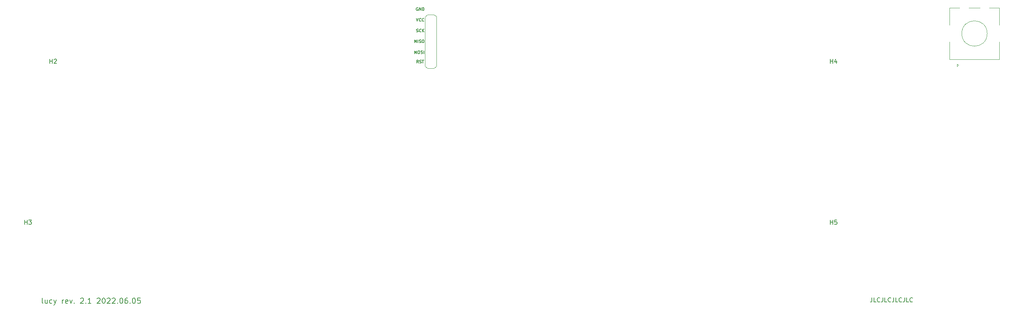
<source format=gto>
G04 #@! TF.GenerationSoftware,KiCad,Pcbnew,(6.0.1-0)*
G04 #@! TF.CreationDate,2022-06-05T08:42:11-05:00*
G04 #@! TF.ProjectId,pcb,7063622e-6b69-4636-9164-5f7063625858,rev?*
G04 #@! TF.SameCoordinates,Original*
G04 #@! TF.FileFunction,Legend,Top*
G04 #@! TF.FilePolarity,Positive*
%FSLAX46Y46*%
G04 Gerber Fmt 4.6, Leading zero omitted, Abs format (unit mm)*
G04 Created by KiCad (PCBNEW (6.0.1-0)) date 2022-06-05 08:42:11*
%MOMM*%
%LPD*%
G01*
G04 APERTURE LIST*
%ADD10C,0.150000*%
%ADD11C,0.200000*%
%ADD12C,0.120000*%
%ADD13C,3.000000*%
%ADD14C,1.750000*%
%ADD15C,3.987800*%
%ADD16R,2.000000X2.000000*%
%ADD17C,2.000000*%
%ADD18R,2.000000X3.200000*%
%ADD19C,3.800000*%
%ADD20O,1.700000X1.700000*%
%ADD21R,1.700000X1.700000*%
%ADD22C,0.650000*%
%ADD23O,1.300000X2.400000*%
%ADD24O,1.300000X1.900000*%
%ADD25C,1.700000*%
G04 APERTURE END LIST*
D10*
X296013577Y-115736694D02*
X296013577Y-116450980D01*
X295965958Y-116593837D01*
X295870720Y-116689075D01*
X295727863Y-116736694D01*
X295632625Y-116736694D01*
X296965958Y-116736694D02*
X296489767Y-116736694D01*
X296489767Y-115736694D01*
X297870720Y-116641456D02*
X297823101Y-116689075D01*
X297680244Y-116736694D01*
X297585005Y-116736694D01*
X297442148Y-116689075D01*
X297346910Y-116593837D01*
X297299291Y-116498599D01*
X297251672Y-116308123D01*
X297251672Y-116165266D01*
X297299291Y-115974790D01*
X297346910Y-115879552D01*
X297442148Y-115784314D01*
X297585005Y-115736694D01*
X297680244Y-115736694D01*
X297823101Y-115784314D01*
X297870720Y-115831933D01*
X298585005Y-115736694D02*
X298585005Y-116450980D01*
X298537386Y-116593837D01*
X298442148Y-116689075D01*
X298299291Y-116736694D01*
X298204053Y-116736694D01*
X299537386Y-116736694D02*
X299061196Y-116736694D01*
X299061196Y-115736694D01*
X300442148Y-116641456D02*
X300394529Y-116689075D01*
X300251672Y-116736694D01*
X300156434Y-116736694D01*
X300013577Y-116689075D01*
X299918339Y-116593837D01*
X299870720Y-116498599D01*
X299823101Y-116308123D01*
X299823101Y-116165266D01*
X299870720Y-115974790D01*
X299918339Y-115879552D01*
X300013577Y-115784314D01*
X300156434Y-115736694D01*
X300251672Y-115736694D01*
X300394529Y-115784314D01*
X300442148Y-115831933D01*
X301156434Y-115736694D02*
X301156434Y-116450980D01*
X301108815Y-116593837D01*
X301013577Y-116689075D01*
X300870720Y-116736694D01*
X300775482Y-116736694D01*
X302108815Y-116736694D02*
X301632625Y-116736694D01*
X301632625Y-115736694D01*
X303013577Y-116641456D02*
X302965958Y-116689075D01*
X302823101Y-116736694D01*
X302727863Y-116736694D01*
X302585005Y-116689075D01*
X302489767Y-116593837D01*
X302442148Y-116498599D01*
X302394529Y-116308123D01*
X302394529Y-116165266D01*
X302442148Y-115974790D01*
X302489767Y-115879552D01*
X302585005Y-115784314D01*
X302727863Y-115736694D01*
X302823101Y-115736694D01*
X302965958Y-115784314D01*
X303013577Y-115831933D01*
X303727863Y-115736694D02*
X303727863Y-116450980D01*
X303680244Y-116593837D01*
X303585005Y-116689075D01*
X303442148Y-116736694D01*
X303346910Y-116736694D01*
X304680244Y-116736694D02*
X304204053Y-116736694D01*
X304204053Y-115736694D01*
X305585005Y-116641456D02*
X305537386Y-116689075D01*
X305394529Y-116736694D01*
X305299291Y-116736694D01*
X305156434Y-116689075D01*
X305061196Y-116593837D01*
X305013577Y-116498599D01*
X304965958Y-116308123D01*
X304965958Y-116165266D01*
X305013577Y-115974790D01*
X305061196Y-115879552D01*
X305156434Y-115784314D01*
X305299291Y-115736694D01*
X305394529Y-115736694D01*
X305537386Y-115784314D01*
X305585005Y-115831933D01*
D11*
X99984070Y-117065476D02*
X99865022Y-117005952D01*
X99805499Y-116886904D01*
X99805499Y-115815476D01*
X100995975Y-116232142D02*
X100995975Y-117065476D01*
X100460260Y-116232142D02*
X100460260Y-116886904D01*
X100519784Y-117005952D01*
X100638832Y-117065476D01*
X100817403Y-117065476D01*
X100936451Y-117005952D01*
X100995975Y-116946428D01*
X102126927Y-117005952D02*
X102007880Y-117065476D01*
X101769784Y-117065476D01*
X101650737Y-117005952D01*
X101591213Y-116946428D01*
X101531689Y-116827380D01*
X101531689Y-116470238D01*
X101591213Y-116351190D01*
X101650737Y-116291666D01*
X101769784Y-116232142D01*
X102007880Y-116232142D01*
X102126927Y-116291666D01*
X102543594Y-116232142D02*
X102841213Y-117065476D01*
X103138832Y-116232142D02*
X102841213Y-117065476D01*
X102722165Y-117363095D01*
X102662641Y-117422619D01*
X102543594Y-117482142D01*
X104567403Y-117065476D02*
X104567403Y-116232142D01*
X104567403Y-116470238D02*
X104626927Y-116351190D01*
X104686451Y-116291666D01*
X104805499Y-116232142D01*
X104924546Y-116232142D01*
X105817403Y-117005952D02*
X105698356Y-117065476D01*
X105460260Y-117065476D01*
X105341213Y-117005952D01*
X105281689Y-116886904D01*
X105281689Y-116410714D01*
X105341213Y-116291666D01*
X105460260Y-116232142D01*
X105698356Y-116232142D01*
X105817403Y-116291666D01*
X105876927Y-116410714D01*
X105876927Y-116529761D01*
X105281689Y-116648809D01*
X106293594Y-116232142D02*
X106591213Y-117065476D01*
X106888832Y-116232142D01*
X107365022Y-116946428D02*
X107424546Y-117005952D01*
X107365022Y-117065476D01*
X107305499Y-117005952D01*
X107365022Y-116946428D01*
X107365022Y-117065476D01*
X108853118Y-115934523D02*
X108912641Y-115875000D01*
X109031689Y-115815476D01*
X109329308Y-115815476D01*
X109448356Y-115875000D01*
X109507880Y-115934523D01*
X109567403Y-116053571D01*
X109567403Y-116172619D01*
X109507880Y-116351190D01*
X108793594Y-117065476D01*
X109567403Y-117065476D01*
X110103118Y-116946428D02*
X110162641Y-117005952D01*
X110103118Y-117065476D01*
X110043594Y-117005952D01*
X110103118Y-116946428D01*
X110103118Y-117065476D01*
X111353118Y-117065476D02*
X110638832Y-117065476D01*
X110995975Y-117065476D02*
X110995975Y-115815476D01*
X110876927Y-115994047D01*
X110757880Y-116113095D01*
X110638832Y-116172619D01*
X112781689Y-115934523D02*
X112841213Y-115875000D01*
X112960260Y-115815476D01*
X113257880Y-115815476D01*
X113376927Y-115875000D01*
X113436451Y-115934523D01*
X113495975Y-116053571D01*
X113495975Y-116172619D01*
X113436451Y-116351190D01*
X112722165Y-117065476D01*
X113495975Y-117065476D01*
X114269784Y-115815476D02*
X114388832Y-115815476D01*
X114507880Y-115875000D01*
X114567403Y-115934523D01*
X114626927Y-116053571D01*
X114686451Y-116291666D01*
X114686451Y-116589285D01*
X114626927Y-116827380D01*
X114567403Y-116946428D01*
X114507880Y-117005952D01*
X114388832Y-117065476D01*
X114269784Y-117065476D01*
X114150737Y-117005952D01*
X114091213Y-116946428D01*
X114031689Y-116827380D01*
X113972165Y-116589285D01*
X113972165Y-116291666D01*
X114031689Y-116053571D01*
X114091213Y-115934523D01*
X114150737Y-115875000D01*
X114269784Y-115815476D01*
X115162641Y-115934523D02*
X115222165Y-115875000D01*
X115341213Y-115815476D01*
X115638832Y-115815476D01*
X115757880Y-115875000D01*
X115817403Y-115934523D01*
X115876927Y-116053571D01*
X115876927Y-116172619D01*
X115817403Y-116351190D01*
X115103118Y-117065476D01*
X115876927Y-117065476D01*
X116353118Y-115934523D02*
X116412641Y-115875000D01*
X116531689Y-115815476D01*
X116829308Y-115815476D01*
X116948356Y-115875000D01*
X117007880Y-115934523D01*
X117067403Y-116053571D01*
X117067403Y-116172619D01*
X117007880Y-116351190D01*
X116293594Y-117065476D01*
X117067403Y-117065476D01*
X117603118Y-116946428D02*
X117662641Y-117005952D01*
X117603118Y-117065476D01*
X117543594Y-117005952D01*
X117603118Y-116946428D01*
X117603118Y-117065476D01*
X118436451Y-115815476D02*
X118555499Y-115815476D01*
X118674546Y-115875000D01*
X118734070Y-115934523D01*
X118793594Y-116053571D01*
X118853118Y-116291666D01*
X118853118Y-116589285D01*
X118793594Y-116827380D01*
X118734070Y-116946428D01*
X118674546Y-117005952D01*
X118555499Y-117065476D01*
X118436451Y-117065476D01*
X118317403Y-117005952D01*
X118257880Y-116946428D01*
X118198356Y-116827380D01*
X118138832Y-116589285D01*
X118138832Y-116291666D01*
X118198356Y-116053571D01*
X118257880Y-115934523D01*
X118317403Y-115875000D01*
X118436451Y-115815476D01*
X119924546Y-115815476D02*
X119686451Y-115815476D01*
X119567403Y-115875000D01*
X119507880Y-115934523D01*
X119388832Y-116113095D01*
X119329308Y-116351190D01*
X119329308Y-116827380D01*
X119388832Y-116946428D01*
X119448356Y-117005952D01*
X119567403Y-117065476D01*
X119805499Y-117065476D01*
X119924546Y-117005952D01*
X119984070Y-116946428D01*
X120043594Y-116827380D01*
X120043594Y-116529761D01*
X119984070Y-116410714D01*
X119924546Y-116351190D01*
X119805499Y-116291666D01*
X119567403Y-116291666D01*
X119448356Y-116351190D01*
X119388832Y-116410714D01*
X119329308Y-116529761D01*
X120579308Y-116946428D02*
X120638832Y-117005952D01*
X120579308Y-117065476D01*
X120519784Y-117005952D01*
X120579308Y-116946428D01*
X120579308Y-117065476D01*
X121412641Y-115815476D02*
X121531689Y-115815476D01*
X121650737Y-115875000D01*
X121710260Y-115934523D01*
X121769784Y-116053571D01*
X121829308Y-116291666D01*
X121829308Y-116589285D01*
X121769784Y-116827380D01*
X121710260Y-116946428D01*
X121650737Y-117005952D01*
X121531689Y-117065476D01*
X121412641Y-117065476D01*
X121293594Y-117005952D01*
X121234070Y-116946428D01*
X121174546Y-116827380D01*
X121115022Y-116589285D01*
X121115022Y-116291666D01*
X121174546Y-116053571D01*
X121234070Y-115934523D01*
X121293594Y-115875000D01*
X121412641Y-115815476D01*
X122960260Y-115815476D02*
X122365022Y-115815476D01*
X122305499Y-116410714D01*
X122365022Y-116351190D01*
X122484070Y-116291666D01*
X122781689Y-116291666D01*
X122900737Y-116351190D01*
X122960260Y-116410714D01*
X123019784Y-116529761D01*
X123019784Y-116827380D01*
X122960260Y-116946428D01*
X122900737Y-117005952D01*
X122781689Y-117065476D01*
X122484070Y-117065476D01*
X122365022Y-117005952D01*
X122305499Y-116946428D01*
D10*
X286153488Y-60271338D02*
X286153488Y-59271338D01*
X286153488Y-59747529D02*
X286724916Y-59747529D01*
X286724916Y-60271338D02*
X286724916Y-59271338D01*
X287629678Y-59604672D02*
X287629678Y-60271338D01*
X287391583Y-59223719D02*
X287153488Y-59938005D01*
X287772535Y-59938005D01*
X101606458Y-60271338D02*
X101606458Y-59271338D01*
X101606458Y-59747529D02*
X102177886Y-59747529D01*
X102177886Y-60271338D02*
X102177886Y-59271338D01*
X102606458Y-59366577D02*
X102654077Y-59318958D01*
X102749315Y-59271338D01*
X102987410Y-59271338D01*
X103082648Y-59318958D01*
X103130267Y-59366577D01*
X103177886Y-59461815D01*
X103177886Y-59557053D01*
X103130267Y-59699910D01*
X102558839Y-60271338D01*
X103177886Y-60271338D01*
X286153488Y-98371370D02*
X286153488Y-97371370D01*
X286153488Y-97847561D02*
X286724916Y-97847561D01*
X286724916Y-98371370D02*
X286724916Y-97371370D01*
X287677297Y-97371370D02*
X287201107Y-97371370D01*
X287153488Y-97847561D01*
X287201107Y-97799942D01*
X287296345Y-97752323D01*
X287534440Y-97752323D01*
X287629678Y-97799942D01*
X287677297Y-97847561D01*
X287724916Y-97942799D01*
X287724916Y-98180894D01*
X287677297Y-98276132D01*
X287629678Y-98323751D01*
X287534440Y-98371370D01*
X287296345Y-98371370D01*
X287201107Y-98323751D01*
X287153488Y-98276132D01*
X95653328Y-98371370D02*
X95653328Y-97371370D01*
X95653328Y-97847561D02*
X96224756Y-97847561D01*
X96224756Y-98371370D02*
X96224756Y-97371370D01*
X96605709Y-97371370D02*
X97224756Y-97371370D01*
X96891423Y-97752323D01*
X97034280Y-97752323D01*
X97129518Y-97799942D01*
X97177137Y-97847561D01*
X97224756Y-97942799D01*
X97224756Y-98180894D01*
X97177137Y-98276132D01*
X97129518Y-98323751D01*
X97034280Y-98371370D01*
X96748566Y-98371370D01*
X96653328Y-98323751D01*
X96605709Y-98276132D01*
X187840225Y-57960616D02*
X187840225Y-57260616D01*
X188073558Y-57760616D01*
X188306891Y-57260616D01*
X188306891Y-57960616D01*
X188773558Y-57260616D02*
X188906891Y-57260616D01*
X188973558Y-57293950D01*
X189040225Y-57360616D01*
X189073558Y-57493950D01*
X189073558Y-57727283D01*
X189040225Y-57860616D01*
X188973558Y-57927283D01*
X188906891Y-57960616D01*
X188773558Y-57960616D01*
X188706891Y-57927283D01*
X188640225Y-57860616D01*
X188606891Y-57727283D01*
X188606891Y-57493950D01*
X188640225Y-57360616D01*
X188706891Y-57293950D01*
X188773558Y-57260616D01*
X189340225Y-57927283D02*
X189440225Y-57960616D01*
X189606891Y-57960616D01*
X189673558Y-57927283D01*
X189706891Y-57893950D01*
X189740225Y-57827283D01*
X189740225Y-57760616D01*
X189706891Y-57693950D01*
X189673558Y-57660616D01*
X189606891Y-57627283D01*
X189473558Y-57593950D01*
X189406891Y-57560616D01*
X189373558Y-57527283D01*
X189340225Y-57460616D01*
X189340225Y-57393950D01*
X189373558Y-57327283D01*
X189406891Y-57293950D01*
X189473558Y-57260616D01*
X189640225Y-57260616D01*
X189740225Y-57293950D01*
X190040225Y-57960616D02*
X190040225Y-57260616D01*
X187840225Y-55378112D02*
X187840225Y-54678112D01*
X188073558Y-55178112D01*
X188306891Y-54678112D01*
X188306891Y-55378112D01*
X188640225Y-55378112D02*
X188640225Y-54678112D01*
X188940225Y-55344779D02*
X189040225Y-55378112D01*
X189206891Y-55378112D01*
X189273558Y-55344779D01*
X189306891Y-55311446D01*
X189340225Y-55244779D01*
X189340225Y-55178112D01*
X189306891Y-55111446D01*
X189273558Y-55078112D01*
X189206891Y-55044779D01*
X189073558Y-55011446D01*
X189006891Y-54978112D01*
X188973558Y-54944779D01*
X188940225Y-54878112D01*
X188940225Y-54811446D01*
X188973558Y-54744779D01*
X189006891Y-54711446D01*
X189073558Y-54678112D01*
X189240225Y-54678112D01*
X189340225Y-54711446D01*
X189773558Y-54678112D02*
X189906891Y-54678112D01*
X189973558Y-54711446D01*
X190040225Y-54778112D01*
X190073558Y-54911446D01*
X190073558Y-55144779D01*
X190040225Y-55278112D01*
X189973558Y-55344779D01*
X189906891Y-55378112D01*
X189773558Y-55378112D01*
X189706891Y-55344779D01*
X189640225Y-55278112D01*
X189606891Y-55144779D01*
X189606891Y-54911446D01*
X189640225Y-54778112D01*
X189706891Y-54711446D01*
X189773558Y-54678112D01*
X188290225Y-52807283D02*
X188390225Y-52840616D01*
X188556891Y-52840616D01*
X188623558Y-52807283D01*
X188656891Y-52773950D01*
X188690225Y-52707283D01*
X188690225Y-52640616D01*
X188656891Y-52573950D01*
X188623558Y-52540616D01*
X188556891Y-52507283D01*
X188423558Y-52473950D01*
X188356891Y-52440616D01*
X188323558Y-52407283D01*
X188290225Y-52340616D01*
X188290225Y-52273950D01*
X188323558Y-52207283D01*
X188356891Y-52173950D01*
X188423558Y-52140616D01*
X188590225Y-52140616D01*
X188690225Y-52173950D01*
X189390225Y-52773950D02*
X189356891Y-52807283D01*
X189256891Y-52840616D01*
X189190225Y-52840616D01*
X189090225Y-52807283D01*
X189023558Y-52740616D01*
X188990225Y-52673950D01*
X188956891Y-52540616D01*
X188956891Y-52440616D01*
X188990225Y-52307283D01*
X189023558Y-52240616D01*
X189090225Y-52173950D01*
X189190225Y-52140616D01*
X189256891Y-52140616D01*
X189356891Y-52173950D01*
X189390225Y-52207283D01*
X189690225Y-52840616D02*
X189690225Y-52140616D01*
X190090225Y-52840616D02*
X189790225Y-52440616D01*
X190090225Y-52140616D02*
X189690225Y-52540616D01*
X188631979Y-47093950D02*
X188565313Y-47060616D01*
X188465313Y-47060616D01*
X188365313Y-47093950D01*
X188298646Y-47160616D01*
X188265313Y-47227283D01*
X188231979Y-47360616D01*
X188231979Y-47460616D01*
X188265313Y-47593950D01*
X188298646Y-47660616D01*
X188365313Y-47727283D01*
X188465313Y-47760616D01*
X188531979Y-47760616D01*
X188631979Y-47727283D01*
X188665313Y-47693950D01*
X188665313Y-47460616D01*
X188531979Y-47460616D01*
X188965313Y-47760616D02*
X188965313Y-47060616D01*
X189365313Y-47760616D01*
X189365313Y-47060616D01*
X189698646Y-47760616D02*
X189698646Y-47060616D01*
X189865313Y-47060616D01*
X189965313Y-47093950D01*
X190031979Y-47160616D01*
X190065313Y-47227283D01*
X190098646Y-47360616D01*
X190098646Y-47460616D01*
X190065313Y-47593950D01*
X190031979Y-47660616D01*
X189965313Y-47727283D01*
X189865313Y-47760616D01*
X189698646Y-47760616D01*
X188256891Y-49600616D02*
X188490225Y-50300616D01*
X188723558Y-49600616D01*
X189356891Y-50233950D02*
X189323558Y-50267283D01*
X189223558Y-50300616D01*
X189156891Y-50300616D01*
X189056891Y-50267283D01*
X188990225Y-50200616D01*
X188956891Y-50133950D01*
X188923558Y-50000616D01*
X188923558Y-49900616D01*
X188956891Y-49767283D01*
X188990225Y-49700616D01*
X189056891Y-49633950D01*
X189156891Y-49600616D01*
X189223558Y-49600616D01*
X189323558Y-49633950D01*
X189356891Y-49667283D01*
X190056891Y-50233950D02*
X190023558Y-50267283D01*
X189923558Y-50300616D01*
X189856891Y-50300616D01*
X189756891Y-50267283D01*
X189690225Y-50200616D01*
X189656891Y-50133950D01*
X189623558Y-50000616D01*
X189623558Y-49900616D01*
X189656891Y-49767283D01*
X189690225Y-49700616D01*
X189756891Y-49633950D01*
X189856891Y-49600616D01*
X189923558Y-49600616D01*
X190023558Y-49633950D01*
X190056891Y-49667283D01*
X188756891Y-60178112D02*
X188523558Y-59844779D01*
X188356891Y-60178112D02*
X188356891Y-59478112D01*
X188623558Y-59478112D01*
X188690225Y-59511446D01*
X188723558Y-59544779D01*
X188756891Y-59611446D01*
X188756891Y-59711446D01*
X188723558Y-59778112D01*
X188690225Y-59811446D01*
X188623558Y-59844779D01*
X188356891Y-59844779D01*
X189023558Y-60144779D02*
X189123558Y-60178112D01*
X189290225Y-60178112D01*
X189356891Y-60144779D01*
X189390225Y-60111446D01*
X189423558Y-60044779D01*
X189423558Y-59978112D01*
X189390225Y-59911446D01*
X189356891Y-59878112D01*
X189290225Y-59844779D01*
X189156891Y-59811446D01*
X189090225Y-59778112D01*
X189056891Y-59744779D01*
X189023558Y-59678112D01*
X189023558Y-59611446D01*
X189056891Y-59544779D01*
X189090225Y-59511446D01*
X189156891Y-59478112D01*
X189323558Y-59478112D01*
X189423558Y-59511446D01*
X189623558Y-59478112D02*
X190023558Y-59478112D01*
X189823558Y-60178112D02*
X189823558Y-59478112D01*
D12*
X314352725Y-55193950D02*
X314352725Y-59293950D01*
X316152725Y-60393950D02*
X316452725Y-60693950D01*
X318952725Y-47093950D02*
X321552725Y-47093950D01*
X316452725Y-60693950D02*
X316152725Y-60993950D01*
X326152725Y-55193950D02*
X326152725Y-59293950D01*
X326152725Y-47093950D02*
X326152725Y-51193950D01*
X314352725Y-47093950D02*
X316752725Y-47093950D01*
X323752725Y-47093950D02*
X326152725Y-47093950D01*
X314352725Y-51193950D02*
X314352725Y-47093950D01*
X314352725Y-59293950D02*
X326152725Y-59293950D01*
X316152725Y-60993950D02*
X316152725Y-60393950D01*
X323252725Y-53193950D02*
G75*
G03*
X323252725Y-53193950I-3000000J0D01*
G01*
X190865313Y-48713950D02*
X190335313Y-49243950D01*
X192465313Y-48713950D02*
X192995313Y-49143950D01*
X192465313Y-61473950D02*
X190865313Y-61473950D01*
X192995313Y-49143950D02*
X192995313Y-60943950D01*
X192465313Y-61473950D02*
X192995313Y-60943950D01*
X190865313Y-48713950D02*
X192465313Y-48713950D01*
X190865313Y-61473950D02*
X190335313Y-60943950D01*
X190335313Y-60943950D02*
X190335313Y-49243950D01*
%LPC*%
D13*
X121180225Y-50653950D03*
D14*
X119910225Y-53193950D03*
D15*
X124990225Y-53193950D03*
D13*
X127530225Y-48113950D03*
D14*
X130070225Y-53193950D03*
X206270225Y-53193950D03*
D13*
X203730225Y-48113950D03*
X197380225Y-50653950D03*
D14*
X196110225Y-53193950D03*
D15*
X201190225Y-53193950D03*
D14*
X187220225Y-53193950D03*
D13*
X178330225Y-50653950D03*
X184680225Y-48113950D03*
D14*
X177060225Y-53193950D03*
D15*
X182140225Y-53193950D03*
D14*
X168170225Y-53193950D03*
D15*
X163090225Y-53193950D03*
D13*
X165630225Y-48113950D03*
X159280225Y-50653950D03*
D14*
X158010225Y-53193950D03*
X81810225Y-53193950D03*
D15*
X86890225Y-53193950D03*
D13*
X83080225Y-50653950D03*
X89430225Y-48113950D03*
D14*
X91970225Y-53193950D03*
X225320225Y-53193950D03*
D13*
X222780225Y-48113950D03*
D15*
X220240225Y-53193950D03*
D14*
X215160225Y-53193950D03*
D13*
X216430225Y-50653950D03*
D14*
X244370225Y-53193950D03*
D13*
X235480225Y-50653950D03*
X241830225Y-48113950D03*
D14*
X234210225Y-53193950D03*
D15*
X239290225Y-53193950D03*
D14*
X91970225Y-72243950D03*
D15*
X86890225Y-72243950D03*
D13*
X83080225Y-69703950D03*
D14*
X81810225Y-72243950D03*
D13*
X89430225Y-67163950D03*
D14*
X111020225Y-72243950D03*
D13*
X102130225Y-69703950D03*
D14*
X100860225Y-72243950D03*
D13*
X108480225Y-67163950D03*
D15*
X105940225Y-72243950D03*
X144045399Y-72243950D03*
D13*
X146585399Y-67163950D03*
D14*
X138965399Y-72243950D03*
X149125399Y-72243950D03*
D13*
X140235399Y-69703950D03*
X273580225Y-50653950D03*
D15*
X277390225Y-53193950D03*
D13*
X279930225Y-48113950D03*
D14*
X272310225Y-53193950D03*
X282470225Y-53193950D03*
D13*
X165630225Y-67163950D03*
X159280225Y-69703950D03*
D14*
X168170225Y-72243950D03*
X158010225Y-72243950D03*
D15*
X163090225Y-72243950D03*
D14*
X187220225Y-72243950D03*
D15*
X182140225Y-72243950D03*
D14*
X177060225Y-72243950D03*
D13*
X184680225Y-67163950D03*
X178330225Y-69703950D03*
D14*
X196110225Y-72243950D03*
D15*
X201190225Y-72243950D03*
D13*
X203730225Y-67163950D03*
D14*
X206270225Y-72243950D03*
D13*
X197380225Y-69703950D03*
D14*
X111020225Y-110343950D03*
D15*
X105940225Y-110343950D03*
D14*
X100860225Y-110343950D03*
D13*
X108480225Y-105263950D03*
X102130225Y-107803950D03*
D14*
X119910225Y-110343950D03*
D13*
X127530225Y-105263950D03*
D14*
X130070225Y-110343950D03*
D15*
X124990225Y-110343950D03*
D13*
X121180225Y-107803950D03*
X140230225Y-107803950D03*
X146580225Y-105263950D03*
D15*
X144040225Y-110343950D03*
D14*
X149120225Y-110343950D03*
X138960225Y-110343950D03*
D13*
X159280225Y-107803950D03*
D14*
X168170225Y-110343950D03*
D13*
X165630225Y-105263950D03*
D14*
X158010225Y-110343950D03*
D15*
X163090225Y-110343950D03*
X182140225Y-110343950D03*
D14*
X187220225Y-110343950D03*
D13*
X178330225Y-107803950D03*
X184680225Y-105263950D03*
D14*
X177060225Y-110343950D03*
D15*
X220240225Y-110343950D03*
D14*
X225320225Y-110343950D03*
D13*
X222780225Y-105263950D03*
D14*
X215160225Y-110343950D03*
D13*
X216430225Y-107803950D03*
X241830225Y-105263950D03*
X235480225Y-107803950D03*
D14*
X244370225Y-110343950D03*
X234210225Y-110343950D03*
D15*
X239290225Y-110343950D03*
D14*
X253260225Y-110343950D03*
D13*
X254530225Y-107803950D03*
X260880225Y-105263950D03*
D14*
X263420225Y-110343950D03*
D15*
X258340225Y-110343950D03*
D13*
X279930225Y-105263950D03*
D15*
X277390225Y-110343950D03*
D14*
X282470225Y-110343950D03*
X272310225Y-110343950D03*
D13*
X273580225Y-107803950D03*
D14*
X196110225Y-110343950D03*
X206270225Y-110343950D03*
D13*
X203730225Y-105263950D03*
D15*
X201190225Y-110343950D03*
D13*
X197380225Y-107803950D03*
X279930225Y-86213950D03*
D15*
X277390225Y-91293950D03*
D13*
X273580225Y-88753950D03*
D14*
X272310225Y-91293950D03*
X282470225Y-91293950D03*
X253260225Y-91293950D03*
D13*
X260880225Y-86213950D03*
D15*
X258340225Y-91293950D03*
D13*
X254530225Y-88753950D03*
D14*
X263420225Y-91293950D03*
D13*
X216430225Y-88753950D03*
D14*
X215160225Y-91293950D03*
D13*
X222780225Y-86213950D03*
D14*
X225320225Y-91293950D03*
D15*
X220240225Y-91293950D03*
D14*
X187220225Y-91293950D03*
X177060225Y-91293950D03*
D15*
X182140225Y-91293950D03*
D13*
X184680225Y-86213950D03*
X178330225Y-88753950D03*
D14*
X138960225Y-91293950D03*
D13*
X146580225Y-86213950D03*
D14*
X149120225Y-91293950D03*
D15*
X144040225Y-91293950D03*
D13*
X140230225Y-88753950D03*
X83080225Y-88753950D03*
X89430225Y-86213950D03*
D14*
X91970225Y-91293950D03*
X81810225Y-91293950D03*
D15*
X86890225Y-91293950D03*
D14*
X158010225Y-91293950D03*
D13*
X159280225Y-88753950D03*
X165630225Y-86213950D03*
D14*
X168170225Y-91293950D03*
D15*
X163090225Y-91293950D03*
D13*
X298980225Y-67163950D03*
D14*
X301520225Y-72243950D03*
D13*
X292630225Y-69703950D03*
D14*
X291360225Y-72243950D03*
D15*
X296440225Y-72243950D03*
D13*
X127530225Y-86213950D03*
D14*
X130070225Y-91293950D03*
D13*
X121180225Y-88753950D03*
D14*
X119910225Y-91293950D03*
D15*
X124990225Y-91293950D03*
X105940225Y-91293950D03*
D14*
X111020225Y-91293950D03*
D13*
X108480225Y-86213950D03*
X102130225Y-88753950D03*
D14*
X100860225Y-91293950D03*
X263420225Y-72243950D03*
D13*
X260880225Y-67163950D03*
D15*
X258340225Y-72243950D03*
D13*
X254530225Y-69703950D03*
D14*
X253260225Y-72243950D03*
X234210225Y-72243950D03*
D13*
X241830225Y-67163950D03*
D15*
X239290225Y-72243950D03*
D13*
X235480225Y-69703950D03*
D14*
X244370225Y-72243950D03*
D13*
X273580225Y-69703950D03*
D15*
X277390225Y-72243950D03*
D14*
X282470225Y-72243950D03*
D13*
X279930225Y-67163950D03*
D14*
X272310225Y-72243950D03*
D13*
X298980225Y-105263950D03*
D14*
X291360225Y-110343950D03*
D15*
X296440225Y-110343950D03*
D14*
X301520225Y-110343950D03*
D13*
X292630225Y-107803950D03*
X298980225Y-86213950D03*
X292630225Y-88753950D03*
D15*
X296440225Y-91293950D03*
D14*
X301520225Y-91293950D03*
X291360225Y-91293950D03*
D13*
X292630225Y-50653950D03*
D15*
X296440225Y-53193950D03*
D14*
X301520225Y-53193950D03*
X291360225Y-53193950D03*
D13*
X298980225Y-48113950D03*
D16*
X317752725Y-60693950D03*
D17*
X322752725Y-60693950D03*
X320252725Y-60693950D03*
D18*
X314652725Y-53193950D03*
X325852725Y-53193950D03*
D17*
X322752725Y-46193950D03*
X317752725Y-46193950D03*
D13*
X108480225Y-48113950D03*
X102130225Y-50653950D03*
D14*
X111020225Y-53193950D03*
X100860225Y-53193950D03*
D15*
X105940225Y-53193950D03*
X144040225Y-53193950D03*
D14*
X149120225Y-53193950D03*
D13*
X140230225Y-50653950D03*
D14*
X138960225Y-53193950D03*
D13*
X146580225Y-48113950D03*
D15*
X320252785Y-110344230D03*
D13*
X322792785Y-105264230D03*
D14*
X315172785Y-110344230D03*
X325332785Y-110344230D03*
D13*
X316442785Y-107804230D03*
D14*
X315172785Y-72244070D03*
D13*
X316442785Y-69704070D03*
X322792785Y-67164070D03*
D14*
X325332785Y-72244070D03*
D15*
X320252785Y-72244070D03*
D13*
X316442785Y-88754150D03*
X322792785Y-86214150D03*
D14*
X325332785Y-91294150D03*
D15*
X320252785Y-91294150D03*
D14*
X315172785Y-91294150D03*
D15*
X201190225Y-91293950D03*
D13*
X203730225Y-86213950D03*
D14*
X206270225Y-91293950D03*
X196110225Y-91293950D03*
D13*
X197380225Y-88753950D03*
X241830225Y-86213950D03*
D14*
X244370225Y-91293950D03*
D15*
X239290225Y-91293950D03*
D14*
X234210225Y-91293950D03*
D13*
X235480225Y-88753950D03*
D14*
X91970225Y-110343950D03*
D13*
X89430225Y-105263950D03*
D14*
X81810225Y-110343950D03*
D13*
X83080225Y-107803950D03*
D15*
X86890225Y-110343950D03*
D13*
X254530225Y-50653950D03*
X260880225Y-48113950D03*
D14*
X253260225Y-53193950D03*
D15*
X258340225Y-53193950D03*
D14*
X263420225Y-53193950D03*
D13*
X121180225Y-69703950D03*
X127530225Y-67163950D03*
D14*
X119910225Y-72243950D03*
D15*
X124990225Y-72243950D03*
D14*
X130070225Y-72243950D03*
X215160225Y-72243950D03*
D15*
X220240225Y-72243950D03*
D13*
X222780225Y-67163950D03*
D14*
X225320225Y-72243950D03*
D13*
X216430225Y-69703950D03*
D19*
X286915393Y-62718958D03*
D15*
X320252725Y-53193950D03*
D14*
X315172725Y-53193950D03*
X325332725Y-53193950D03*
D19*
X102368363Y-62718958D03*
X286915393Y-100818990D03*
X96415233Y-100818990D03*
X308346661Y-53193950D03*
D20*
X191665313Y-60143950D03*
X191665313Y-49983950D03*
X191665313Y-55063950D03*
X191665313Y-57603950D03*
X191665313Y-52523950D03*
D21*
X191665313Y-47443950D03*
D22*
X93525217Y-42765450D03*
X99305217Y-42765450D03*
D23*
X92115217Y-43316450D03*
X100715217Y-43316450D03*
D24*
X100715217Y-39116450D03*
X92115217Y-39116450D03*
D25*
X308390225Y-67843950D03*
X308390225Y-70383950D03*
X308390225Y-72923950D03*
X308390225Y-65303950D03*
X308390225Y-62763950D03*
M02*

</source>
